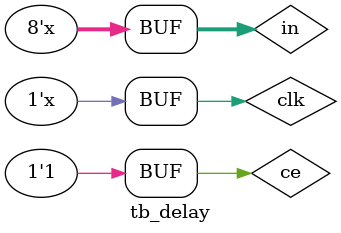
<source format=v>
`timescale 1ns / 1ps


module tb_delay;

	// Inputs
	reg [7:0] in;
	reg ce;
	reg clk;

	// Outputs
	wire [7:0] out;

	// Instantiate the Unit Under Test (UUT)
	delay #
	( 
		.DELAY(1)
	)
	uut (
		.d(in), 
		.ce(ce), 
		.clk(clk), 
		.q(out)
	);

	initial begin
		// Initialize Inputs
		in = 8'b00000001;
		//out = 0;
		ce = 1;
		clk = 0;

		// Wait 100 ns for global reset to finish
		#100;
        
		// Add stimulus here

	end

always
begin
	#10
	clk = !clk;
	#10
	clk = !clk;
	in = in + 1;
end     
endmodule


</source>
